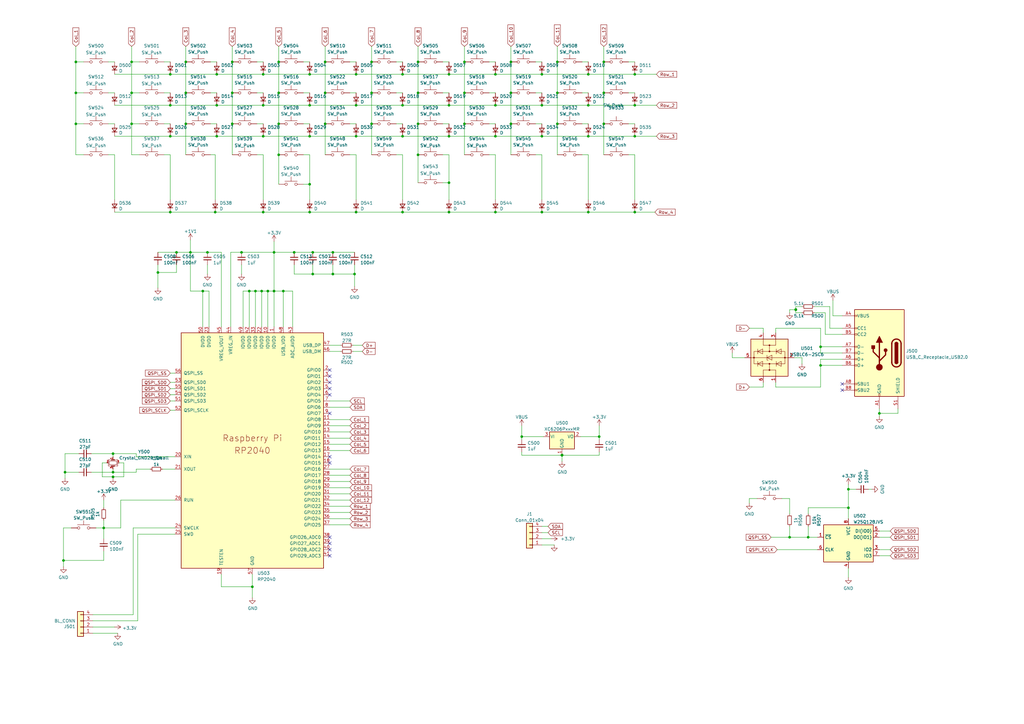
<source format=kicad_sch>
(kicad_sch (version 20230121) (generator eeschema)
  (paper "A3")
  (junction (at 241.3 55.88))
  (junction (at 245.745 179.07))
  (junction (at 247.65 25.4))
  (junction (at 323.85 220.345))
  (junction (at 171.45 25.4))
  (junction (at 127 86.995))
  (junction (at 127 30.48))
  (junction (at 31.115 25.4))
  (junction (at 146.05 30.48))
  (junction (at 76.2 50.8))
  (junction (at 109.855 119.38))
  (junction (at 114.3 50.8))
  (junction (at 88.265 86.995))
  (junction (at 120.65 103.505))
  (junction (at 114.3 63.5))
  (junction (at 260.35 43.18))
  (junction (at 26.035 229.87))
  (junction (at 171.45 63.5))
  (junction (at 152.4 38.1))
  (junction (at 213.995 179.07))
  (junction (at 222.25 55.88))
  (junction (at 203.2 30.48))
  (junction (at 127 43.18))
  (junction (at 69.85 30.48))
  (junction (at 116.205 119.38))
  (junction (at 203.2 86.995))
  (junction (at 146.05 86.995))
  (junction (at 331.47 220.345))
  (junction (at 102.235 119.38))
  (junction (at 165.1 30.48))
  (junction (at 184.15 86.995))
  (junction (at 69.85 86.995))
  (junction (at 165.1 86.995))
  (junction (at 247.65 50.8))
  (junction (at 241.3 43.18))
  (junction (at 230.505 186.69) (diameter 1.016))
  (junction (at 46.355 186.055))
  (junction (at 241.3 86.995))
  (junction (at 133.35 50.8))
  (junction (at 222.25 86.995))
  (junction (at 209.55 50.8))
  (junction (at 72.39 103.505))
  (junction (at 360.68 169.545))
  (junction (at 165.1 43.18))
  (junction (at 114.3 38.1))
  (junction (at 260.35 86.995))
  (junction (at 46.355 195.58))
  (junction (at 88.9 55.88))
  (junction (at 165.1 55.88))
  (junction (at 136.525 103.505))
  (junction (at 133.35 25.4))
  (junction (at 88.9 30.48))
  (junction (at 78.105 103.505))
  (junction (at 76.2 25.4))
  (junction (at 203.2 55.88))
  (junction (at 127 55.88))
  (junction (at 347.98 200.66))
  (junction (at 146.05 43.18))
  (junction (at 76.2 38.1))
  (junction (at 209.55 25.4))
  (junction (at 241.3 30.48))
  (junction (at 107.95 30.48))
  (junction (at 136.525 112.395))
  (junction (at 107.95 43.18))
  (junction (at 184.15 55.88))
  (junction (at 85.09 103.505))
  (junction (at 99.06 103.505))
  (junction (at 326.39 127) (diameter 1.016))
  (junction (at 83.185 119.38))
  (junction (at 228.6 38.1))
  (junction (at 103.505 240.665))
  (junction (at 247.65 38.1))
  (junction (at 127 75.565))
  (junction (at 133.35 38.1))
  (junction (at 69.85 43.18))
  (junction (at 53.975 25.4))
  (junction (at 347.98 208.28))
  (junction (at 190.5 25.4))
  (junction (at 46.355 193.675))
  (junction (at 146.05 55.88))
  (junction (at 228.6 50.8))
  (junction (at 64.77 111.76))
  (junction (at 88.9 43.18))
  (junction (at 107.95 55.88))
  (junction (at 128.27 112.395))
  (junction (at 145.415 112.395))
  (junction (at 336.55 149.86))
  (junction (at 128.27 103.505))
  (junction (at 31.115 38.1))
  (junction (at 203.2 43.18))
  (junction (at 209.55 38.1))
  (junction (at 95.25 38.1))
  (junction (at 114.3 25.4))
  (junction (at 336.55 142.24))
  (junction (at 190.5 38.1))
  (junction (at 260.35 30.48))
  (junction (at 222.25 30.48))
  (junction (at 95.25 50.8))
  (junction (at 190.5 50.8))
  (junction (at 171.45 50.8))
  (junction (at 31.115 50.8))
  (junction (at 184.15 74.93))
  (junction (at 53.975 50.8))
  (junction (at 152.4 25.4))
  (junction (at 107.95 86.995))
  (junction (at 260.35 55.88))
  (junction (at 95.25 25.4))
  (junction (at 42.545 216.535))
  (junction (at 112.395 119.38))
  (junction (at 107.315 119.38))
  (junction (at 184.15 30.48))
  (junction (at 152.4 50.8))
  (junction (at 53.975 38.1))
  (junction (at 26.67 193.675))
  (junction (at 222.25 43.18))
  (junction (at 112.395 103.505))
  (junction (at 69.85 55.88))
  (junction (at 104.775 119.38))
  (junction (at 228.6 25.4))
  (junction (at 171.45 38.1))
  (junction (at 184.15 43.18))
  (no_connect (at 135.255 189.865))
  (no_connect (at 135.255 161.925))
  (no_connect (at 345.44 160.02))
  (no_connect (at 135.255 187.325))
  (no_connect (at 135.255 220.345))
  (no_connect (at 135.255 156.845))
  (no_connect (at 135.255 151.765))
  (no_connect (at 345.44 157.48))
  (no_connect (at 135.255 159.385))
  (no_connect (at 135.255 154.305))
  (no_connect (at 135.255 222.885))
  (no_connect (at 135.255 169.545))
  (no_connect (at 135.255 225.425))
  (no_connect (at 135.255 227.965))
  (wire (pts (xy 46.99 30.48) (xy 69.85 30.48)))
  (wire (pts (xy 307.34 206.375) (xy 307.34 204.47)))
  (wire (pts (xy 238.76 50.8) (xy 241.3 50.8)))
  (wire (pts (xy 55.88 187.325) (xy 71.755 187.325)))
  (wire (pts (xy 326.39 125.73) (xy 326.39 127)))
  (wire (pts (xy 76.2 25.4) (xy 76.2 38.1)))
  (wire (pts (xy 162.56 63.5) (xy 165.1 63.5)))
  (wire (pts (xy 133.35 25.4) (xy 133.35 38.1)))
  (wire (pts (xy 238.76 38.1) (xy 241.3 38.1)))
  (wire (pts (xy 334.01 125.73) (xy 340.36 125.73)))
  (wire (pts (xy 67.31 25.4) (xy 69.85 25.4)))
  (wire (pts (xy 112.395 103.505) (xy 120.65 103.505)))
  (wire (pts (xy 120.65 112.395) (xy 128.27 112.395)))
  (wire (pts (xy 323.85 127) (xy 323.85 128.27)))
  (wire (pts (xy 53.975 25.4) (xy 57.15 25.4)))
  (wire (pts (xy 56.515 219.075) (xy 56.515 254.635)))
  (wire (pts (xy 64.77 111.76) (xy 64.77 118.11)))
  (wire (pts (xy 76.2 50.8) (xy 76.2 63.5)))
  (wire (pts (xy 200.66 50.8) (xy 203.2 50.8)))
  (wire (pts (xy 95.25 25.4) (xy 95.25 38.1)))
  (wire (pts (xy 114.3 38.1) (xy 114.3 50.8)))
  (wire (pts (xy 107.315 119.38) (xy 107.315 133.985)))
  (wire (pts (xy 148.59 144.145) (xy 144.78 144.145)))
  (wire (pts (xy 37.465 193.675) (xy 46.355 193.675)))
  (wire (pts (xy 184.15 63.5) (xy 181.61 63.5)))
  (wire (pts (xy 99.695 119.38) (xy 102.235 119.38)))
  (wire (pts (xy 300.355 146.685) (xy 300.355 144.78)))
  (wire (pts (xy 102.235 119.38) (xy 102.235 133.985)))
  (wire (pts (xy 128.27 103.505) (xy 136.525 103.505)))
  (wire (pts (xy 53.975 19.05) (xy 53.975 25.4)))
  (wire (pts (xy 318.77 225.425) (xy 335.28 225.425)))
  (wire (pts (xy 26.67 186.055) (xy 26.67 193.675)))
  (wire (pts (xy 99.06 103.505) (xy 112.395 103.505)))
  (wire (pts (xy 95.25 50.8) (xy 95.25 63.5)))
  (wire (pts (xy 46.355 193.675) (xy 55.88 193.675)))
  (wire (pts (xy 326.39 128.27) (xy 328.93 128.27)))
  (wire (pts (xy 69.85 86.995) (xy 88.265 86.995)))
  (wire (pts (xy 228.6 25.4) (xy 228.6 38.1)))
  (wire (pts (xy 184.15 86.995) (xy 203.2 86.995)))
  (wire (pts (xy 143.51 184.785) (xy 135.255 184.785)))
  (wire (pts (xy 66.675 192.405) (xy 71.755 192.405)))
  (wire (pts (xy 146.05 30.48) (xy 165.1 30.48)))
  (wire (pts (xy 107.95 30.48) (xy 127 30.48)))
  (wire (pts (xy 54.61 252.095) (xy 54.61 216.535)))
  (wire (pts (xy 357.505 200.66) (xy 356.235 200.66)))
  (wire (pts (xy 146.05 63.5) (xy 146.05 81.915)))
  (wire (pts (xy 171.45 50.8) (xy 171.45 63.5)))
  (wire (pts (xy 26.67 193.675) (xy 26.67 196.215)))
  (wire (pts (xy 112.395 119.38) (xy 116.205 119.38)))
  (wire (pts (xy 41.91 189.865) (xy 41.91 195.58)))
  (wire (pts (xy 67.31 63.5) (xy 69.85 63.5)))
  (wire (pts (xy 368.3 169.545) (xy 360.68 169.545)))
  (wire (pts (xy 165.1 43.18) (xy 184.15 43.18)))
  (wire (pts (xy 76.2 19.05) (xy 76.2 25.4)))
  (wire (pts (xy 190.5 25.4) (xy 190.5 38.1)))
  (wire (pts (xy 69.85 156.845) (xy 71.755 156.845)))
  (wire (pts (xy 181.61 50.8) (xy 184.15 50.8)))
  (wire (pts (xy 347.98 200.66) (xy 347.98 208.28)))
  (wire (pts (xy 86.36 63.5) (xy 88.265 63.5)))
  (wire (pts (xy 143.51 172.085) (xy 135.255 172.085)))
  (wire (pts (xy 38.1 257.175) (xy 46.99 257.175)))
  (wire (pts (xy 148.59 141.605) (xy 144.78 141.605)))
  (wire (pts (xy 88.9 30.48) (xy 107.95 30.48)))
  (wire (pts (xy 133.35 50.8) (xy 133.985 50.8)))
  (wire (pts (xy 219.71 25.4) (xy 222.25 25.4)))
  (wire (pts (xy 247.65 19.05) (xy 247.65 25.4)))
  (wire (pts (xy 323.85 210.82) (xy 323.85 204.47)))
  (wire (pts (xy 320.675 204.47) (xy 323.85 204.47)))
  (wire (pts (xy 336.55 142.24) (xy 336.55 134.62)))
  (wire (pts (xy 331.47 220.345) (xy 335.28 220.345)))
  (wire (pts (xy 124.46 38.1) (xy 127 38.1)))
  (wire (pts (xy 109.855 119.38) (xy 112.395 119.38)))
  (wire (pts (xy 116.205 119.38) (xy 116.205 133.985)))
  (wire (pts (xy 146.05 86.995) (xy 165.1 86.995)))
  (wire (pts (xy 67.31 38.1) (xy 69.85 38.1)))
  (wire (pts (xy 323.85 215.9) (xy 323.85 220.345)))
  (wire (pts (xy 39.37 216.535) (xy 42.545 216.535)))
  (wire (pts (xy 184.15 55.88) (xy 203.2 55.88)))
  (wire (pts (xy 31.115 50.8) (xy 31.115 63.5)))
  (wire (pts (xy 318.135 134.62) (xy 318.135 136.525)))
  (wire (pts (xy 124.46 25.4) (xy 127 25.4)))
  (wire (pts (xy 31.115 38.1) (xy 31.115 50.8)))
  (wire (pts (xy 222.25 63.5) (xy 222.25 81.915)))
  (wire (pts (xy 323.85 220.345) (xy 331.47 220.345)))
  (wire (pts (xy 209.55 50.8) (xy 209.55 63.5)))
  (wire (pts (xy 104.775 119.38) (xy 104.775 133.985)))
  (wire (pts (xy 85.09 103.505) (xy 90.805 103.505)))
  (wire (pts (xy 31.115 25.4) (xy 34.29 25.4)))
  (wire (pts (xy 69.85 63.5) (xy 69.85 81.915)))
  (wire (pts (xy 38.1 252.095) (xy 54.61 252.095)))
  (wire (pts (xy 146.05 55.88) (xy 165.1 55.88)))
  (wire (pts (xy 340.36 125.73) (xy 340.36 134.62)))
  (wire (pts (xy 143.51 200.025) (xy 135.255 200.025)))
  (wire (pts (xy 107.95 55.88) (xy 127 55.88)))
  (wire (pts (xy 107.95 43.18) (xy 127 43.18)))
  (wire (pts (xy 328.93 125.73) (xy 326.39 125.73)))
  (wire (pts (xy 69.85 168.275) (xy 71.755 168.275)))
  (wire (pts (xy 257.81 25.4) (xy 260.35 25.4)))
  (wire (pts (xy 105.41 38.1) (xy 107.95 38.1)))
  (wire (pts (xy 326.39 127) (xy 326.39 128.27)))
  (wire (pts (xy 260.35 43.18) (xy 269.24 43.18)))
  (wire (pts (xy 360.68 169.545) (xy 360.68 167.64)))
  (wire (pts (xy 139.7 144.145) (xy 135.255 144.145)))
  (wire (pts (xy 360.68 170.815) (xy 360.68 169.545)))
  (wire (pts (xy 83.185 119.38) (xy 85.725 119.38)))
  (wire (pts (xy 260.35 55.88) (xy 269.24 55.88)))
  (wire (pts (xy 46.355 195.58) (xy 46.355 196.215)))
  (wire (pts (xy 190.5 38.1) (xy 190.5 50.8)))
  (wire (pts (xy 313.055 156.845) (xy 313.055 158.75)))
  (wire (pts (xy 345.44 142.24) (xy 336.55 142.24)))
  (wire (pts (xy 209.55 19.05) (xy 209.55 25.4)))
  (wire (pts (xy 128.27 112.395) (xy 128.27 108.585)))
  (wire (pts (xy 340.36 134.62) (xy 345.44 134.62)))
  (wire (pts (xy 245.745 185.42) (xy 245.745 186.69)))
  (wire (pts (xy 127 55.88) (xy 146.05 55.88)))
  (wire (pts (xy 203.2 63.5) (xy 203.2 81.915)))
  (wire (pts (xy 190.5 19.05) (xy 190.5 25.4)))
  (wire (pts (xy 116.205 119.38) (xy 120.015 119.38)))
  (wire (pts (xy 31.115 63.5) (xy 34.29 63.5)))
  (wire (pts (xy 90.805 103.505) (xy 90.805 133.985)))
  (wire (pts (xy 360.68 220.345) (xy 365.125 220.345)))
  (wire (pts (xy 247.65 38.1) (xy 247.65 50.8)))
  (wire (pts (xy 143.51 63.5) (xy 146.05 63.5)))
  (wire (pts (xy 345.44 149.86) (xy 336.55 149.86)))
  (wire (pts (xy 95.25 38.1) (xy 95.25 50.8)))
  (wire (pts (xy 136.525 112.395) (xy 145.415 112.395)))
  (wire (pts (xy 120.015 119.38) (xy 120.015 133.985)))
  (wire (pts (xy 241.3 63.5) (xy 241.3 81.915)))
  (wire (pts (xy 31.115 19.05) (xy 31.115 25.4)))
  (wire (pts (xy 360.68 225.425) (xy 365.125 225.425)))
  (wire (pts (xy 143.51 202.565) (xy 135.255 202.565)))
  (wire (pts (xy 184.15 43.18) (xy 203.2 43.18)))
  (wire (pts (xy 44.45 50.8) (xy 46.99 50.8)))
  (wire (pts (xy 345.44 144.78) (xy 336.55 144.78)))
  (wire (pts (xy 38.1 259.715) (xy 48.26 259.715)))
  (wire (pts (xy 336.55 158.75) (xy 318.135 158.75)))
  (wire (pts (xy 107.315 119.38) (xy 109.855 119.38)))
  (wire (pts (xy 184.15 81.915) (xy 184.15 74.93)))
  (wire (pts (xy 143.51 182.245) (xy 135.255 182.245)))
  (wire (pts (xy 200.66 25.4) (xy 203.2 25.4)))
  (wire (pts (xy 209.55 25.4) (xy 209.55 38.1)))
  (wire (pts (xy 46.355 195.58) (xy 50.8 195.58)))
  (wire (pts (xy 162.56 25.4) (xy 165.1 25.4)))
  (wire (pts (xy 102.235 119.38) (xy 104.775 119.38)))
  (wire (pts (xy 78.105 103.505) (xy 85.09 103.505)))
  (wire (pts (xy 181.61 38.1) (xy 184.15 38.1)))
  (wire (pts (xy 50.8 195.58) (xy 50.8 189.865)))
  (wire (pts (xy 103.505 245.11) (xy 103.505 240.665)))
  (wire (pts (xy 241.3 86.995) (xy 260.35 86.995)))
  (wire (pts (xy 328.93 146.685) (xy 328.93 149.225)))
  (wire (pts (xy 44.45 38.1) (xy 46.99 38.1)))
  (wire (pts (xy 69.85 164.465) (xy 71.755 164.465)))
  (wire (pts (xy 76.2 38.1) (xy 76.2 50.8)))
  (wire (pts (xy 53.975 50.8) (xy 53.975 63.5)))
  (wire (pts (xy 345.44 129.54) (xy 341.63 129.54)))
  (wire (pts (xy 127 43.18) (xy 146.05 43.18)))
  (wire (pts (xy 124.46 50.8) (xy 127 50.8)))
  (wire (pts (xy 143.51 174.625) (xy 135.255 174.625)))
  (wire (pts (xy 139.7 141.605) (xy 135.255 141.605)))
  (wire (pts (xy 347.98 236.855) (xy 347.98 233.045)))
  (wire (pts (xy 127 75.565) (xy 127 81.915)))
  (wire (pts (xy 133.35 19.05) (xy 133.35 25.4)))
  (wire (pts (xy 42.545 226.06) (xy 42.545 229.87)))
  (wire (pts (xy 54.61 216.535) (xy 71.755 216.535)))
  (wire (pts (xy 135.255 164.465) (xy 143.51 164.465)))
  (wire (pts (xy 213.995 174.625) (xy 213.995 179.07)))
  (wire (pts (xy 46.355 186.055) (xy 55.88 186.055)))
  (wire (pts (xy 181.61 25.4) (xy 184.15 25.4)))
  (wire (pts (xy 222.25 86.995) (xy 241.3 86.995)))
  (wire (pts (xy 72.39 108.585) (xy 72.39 111.76)))
  (wire (pts (xy 103.505 240.665) (xy 103.505 235.585)))
  (wire (pts (xy 69.85 55.88) (xy 88.9 55.88)))
  (wire (pts (xy 86.36 50.8) (xy 88.9 50.8)))
  (wire (pts (xy 247.65 50.8) (xy 247.65 63.5)))
  (wire (pts (xy 37.465 186.055) (xy 46.355 186.055)))
  (wire (pts (xy 53.975 50.8) (xy 57.15 50.8)))
  (wire (pts (xy 222.25 220.98) (xy 226.06 220.98)))
  (wire (pts (xy 345.44 137.16) (xy 338.455 137.16)))
  (wire (pts (xy 307.34 158.75) (xy 313.055 158.75)))
  (wire (pts (xy 112.395 119.38) (xy 112.395 103.505)))
  (wire (pts (xy 120.65 112.395) (xy 120.65 108.585)))
  (wire (pts (xy 213.995 180.34) (xy 213.995 179.07)))
  (wire (pts (xy 152.4 19.05) (xy 152.4 25.4)))
  (wire (pts (xy 114.3 50.8) (xy 114.3 63.5)))
  (wire (pts (xy 360.68 227.965) (xy 365.125 227.965)))
  (wire (pts (xy 94.615 103.505) (xy 99.06 103.505)))
  (wire (pts (xy 331.47 208.28) (xy 347.98 208.28)))
  (wire (pts (xy 69.85 159.385) (xy 71.755 159.385)))
  (wire (pts (xy 69.85 43.18) (xy 88.9 43.18)))
  (wire (pts (xy 114.3 25.4) (xy 114.3 38.1)))
  (wire (pts (xy 347.98 200.66) (xy 351.155 200.66)))
  (wire (pts (xy 325.755 146.685) (xy 328.93 146.685)))
  (wire (pts (xy 26.67 193.675) (xy 32.385 193.675)))
  (wire (pts (xy 203.2 55.88) (xy 222.25 55.88)))
  (wire (pts (xy 53.975 38.1) (xy 57.15 38.1)))
  (wire (pts (xy 318.135 158.75) (xy 318.135 156.845)))
  (wire (pts (xy 133.35 50.8) (xy 133.35 63.5)))
  (wire (pts (xy 46.355 192.405) (xy 46.355 193.675)))
  (wire (pts (xy 213.995 179.07) (xy 222.885 179.07)))
  (wire (pts (xy 127 63.5) (xy 127 75.565)))
  (wire (pts (xy 171.45 63.5) (xy 171.45 74.93)))
  (wire (pts (xy 203.2 43.18) (xy 222.25 43.18)))
  (wire (pts (xy 53.975 25.4) (xy 53.975 38.1)))
  (wire (pts (xy 43.815 189.865) (xy 41.91 189.865)))
  (wire (pts (xy 241.3 30.48) (xy 260.35 30.48)))
  (wire (pts (xy 143.51 197.485) (xy 135.255 197.485)))
  (wire (pts (xy 200.66 63.5) (xy 203.2 63.5)))
  (wire (pts (xy 222.25 30.48) (xy 241.3 30.48)))
  (wire (pts (xy 78.105 119.38) (xy 83.185 119.38)))
  (wire (pts (xy 213.995 185.42) (xy 213.995 186.69)))
  (wire (pts (xy 50.8 189.865) (xy 48.895 189.865)))
  (wire (pts (xy 165.1 86.995) (xy 184.15 86.995)))
  (wire (pts (xy 219.71 38.1) (xy 222.25 38.1)))
  (wire (pts (xy 120.65 103.505) (xy 128.27 103.505)))
  (wire (pts (xy 90.805 235.585) (xy 90.805 240.665)))
  (wire (pts (xy 143.51 205.105) (xy 135.255 205.105)))
  (wire (pts (xy 209.55 38.1) (xy 209.55 50.8)))
  (wire (pts (xy 238.125 179.07) (xy 245.745 179.07)))
  (wire (pts (xy 171.45 25.4) (xy 171.45 38.1)))
  (wire (pts (xy 165.1 55.88) (xy 184.15 55.88)))
  (wire (pts (xy 238.76 63.5) (xy 241.3 63.5)))
  (wire (pts (xy 360.68 217.805) (xy 365.125 217.805)))
  (wire (pts (xy 213.995 186.69) (xy 230.505 186.69)))
  (wire (pts (xy 133.35 38.1) (xy 133.35 50.8)))
  (wire (pts (xy 55.88 192.405) (xy 55.88 193.675)))
  (wire (pts (xy 88.9 43.18) (xy 107.95 43.18)))
  (wire (pts (xy 260.35 30.48) (xy 269.24 30.48)))
  (wire (pts (xy 336.55 144.78) (xy 336.55 142.24)))
  (wire (pts (xy 67.31 50.8) (xy 69.85 50.8)))
  (wire (pts (xy 257.81 50.8) (xy 260.35 50.8)))
  (wire (pts (xy 307.34 204.47) (xy 310.515 204.47)))
  (wire (pts (xy 190.5 50.8) (xy 190.5 63.5)))
  (wire (pts (xy 368.3 167.64) (xy 368.3 169.545)))
  (wire (pts (xy 136.525 103.505) (xy 145.415 103.505)))
  (wire (pts (xy 44.45 25.4) (xy 46.99 25.4)))
  (wire (pts (xy 99.06 108.585) (xy 99.06 112.395)))
  (wire (pts (xy 83.185 133.985) (xy 83.185 119.38)))
  (wire (pts (xy 146.05 43.18) (xy 165.1 43.18)))
  (wire (pts (xy 336.55 147.32) (xy 345.44 147.32)))
  (wire (pts (xy 165.1 63.5) (xy 165.1 81.915)))
  (wire (pts (xy 26.035 232.41) (xy 26.035 229.87)))
  (wire (pts (xy 338.455 128.27) (xy 334.01 128.27)))
  (wire (pts (xy 228.6 50.8) (xy 228.6 63.5)))
  (wire (pts (xy 245.745 180.34) (xy 245.745 179.07)))
  (wire (pts (xy 143.51 177.165) (xy 135.255 177.165)))
  (wire (pts (xy 127 86.995) (xy 146.05 86.995)))
  (wire (pts (xy 105.41 50.8) (xy 107.95 50.8)))
  (wire (pts (xy 336.55 134.62) (xy 318.135 134.62)))
  (wire (pts (xy 26.035 229.87) (xy 42.545 229.87)))
  (wire (pts (xy 86.36 25.4) (xy 88.9 25.4)))
  (wire (pts (xy 69.85 153.035) (xy 71.755 153.035)))
  (wire (pts (xy 105.41 63.5) (xy 107.95 63.5)))
  (wire (pts (xy 72.39 111.76) (xy 64.77 111.76)))
  (wire (pts (xy 347.98 198.755) (xy 347.98 200.66)))
  (wire (pts (xy 143.51 194.945) (xy 135.255 194.945)))
  (wire (pts (xy 112.395 103.505) (xy 112.395 99.06)))
  (wire (pts (xy 69.85 30.48) (xy 88.9 30.48)))
  (wire (pts (xy 305.435 146.685) (xy 300.355 146.685)))
  (wire (pts (xy 222.25 43.18) (xy 241.3 43.18)))
  (wire (pts (xy 331.47 210.82) (xy 331.47 208.28)))
  (wire (pts (xy 124.46 75.565) (xy 127 75.565)))
  (wire (pts (xy 88.9 55.88) (xy 107.95 55.88)))
  (wire (pts (xy 336.55 149.86) (xy 336.55 147.32)))
  (wire (pts (xy 257.81 63.5) (xy 260.35 63.5)))
  (wire (pts (xy 114.3 63.5) (xy 114.3 75.565)))
  (wire (pts (xy 313.055 136.525) (xy 313.055 134.62)))
  (wire (pts (xy 127 30.48) (xy 146.05 30.48)))
  (wire (pts (xy 222.25 223.52) (xy 227.33 223.52)))
  (wire (pts (xy 46.99 55.88) (xy 69.85 55.88)))
  (wire (pts (xy 85.09 108.585) (xy 85.09 112.395)))
  (wire (pts (xy 143.51 210.185) (xy 135.255 210.185)))
  (wire (pts (xy 112.395 119.38) (xy 112.395 133.985)))
  (wire (pts (xy 42.545 213.36) (xy 42.545 216.535)))
  (wire (pts (xy 107.95 63.5) (xy 107.95 81.915)))
  (wire (pts (xy 32.385 186.055) (xy 26.67 186.055)))
  (wire (pts (xy 46.99 43.18) (xy 69.85 43.18)))
  (wire (pts (xy 49.53 216.535) (xy 42.545 216.535)))
  (wire (pts (xy 85.725 133.985) (xy 85.725 119.38)))
  (wire (pts (xy 260.35 86.995) (xy 268.605 86.995)))
  (wire (pts (xy 46.99 63.5) (xy 46.99 81.915)))
  (wire (pts (xy 341.63 123.19) (xy 341.63 129.54)))
  (wire (pts (xy 31.115 25.4) (xy 31.115 38.1)))
  (wire (pts (xy 78.105 98.425) (xy 78.105 103.505)))
  (wire (pts (xy 152.4 25.4) (xy 152.4 38.1)))
  (wire (pts (xy 88.265 63.5) (xy 88.265 81.915)))
  (wire (pts (xy 55.88 192.405) (xy 61.595 192.405)))
  (wire (pts (xy 162.56 50.8) (xy 165.1 50.8)))
  (wire (pts (xy 136.525 112.395) (xy 136.525 108.585)))
  (wire (pts (xy 86.36 38.1) (xy 88.9 38.1)))
  (wire (pts (xy 336.55 149.86) (xy 336.55 158.75)))
  (wire (pts (xy 219.71 50.8) (xy 222.25 50.8)))
  (wire (pts (xy 241.3 55.88) (xy 260.35 55.88)))
  (wire (pts (xy 88.265 86.995) (xy 107.95 86.995)))
  (wire (pts (xy 71.755 205.105) (xy 49.53 205.105)))
  (wire (pts (xy 228.6 38.1) (xy 228.6 50.8)))
  (wire (pts (xy 41.91 195.58) (xy 46.355 195.58)))
  (wire (pts (xy 245.745 186.69) (xy 230.505 186.69)))
  (wire (pts (xy 222.25 63.5) (xy 219.71 63.5)))
  (wire (pts (xy 46.99 86.995) (xy 69.85 86.995)))
  (wire (pts (xy 145.415 112.395) (xy 145.415 117.475)))
  (wire (pts (xy 109.855 119.38) (xy 109.855 133.985)))
  (wire (pts (xy 316.23 220.345) (xy 323.85 220.345)))
  (wire (pts (xy 26.035 216.535) (xy 29.21 216.535)))
  (wire (pts (xy 203.2 30.48) (xy 222.25 30.48)))
  (wire (pts (xy 49.53 205.105) (xy 49.53 216.535)))
  (wire (pts (xy 241.3 43.18) (xy 260.35 43.18)))
  (wire (pts (xy 55.88 186.055) (xy 55.88 187.325)))
  (wire (pts (xy 152.4 50.8) (xy 152.4 63.5)))
  (wire (pts (xy 124.46 63.5) (xy 127 63.5)))
  (wire (pts (xy 42.545 205.105) (xy 42.545 208.28)))
  (wire (pts (xy 42.545 216.535) (xy 42.545 220.98)))
  (wire (pts (xy 64.77 108.585) (xy 64.77 111.76)))
  (wire (pts (xy 347.98 208.28) (xy 347.98 212.725)))
  (wire (pts (xy 104.775 119.38) (xy 107.315 119.38)))
  (wire (pts (xy 143.51 215.265) (xy 135.255 215.265)))
  (wire (pts (xy 230.505 189.23) (xy 230.505 186.69)))
  (wire (pts (xy 203.2 86.995) (xy 222.25 86.995)))
  (wire (pts (xy 222.25 215.9) (xy 224.79 215.9)))
  (wire (pts (xy 95.25 19.05) (xy 95.25 25.4)))
  (wire (pts (xy 44.45 63.5) (xy 46.99 63.5)))
  (wire (pts (xy 184.15 30.48) (xy 203.2 30.48)))
  (wire (pts (xy 31.115 50.8) (xy 34.29 50.8)))
  (wire (pts (xy 143.51 207.645) (xy 135.255 207.645)))
  (wire (pts (xy 31.115 38.1) (xy 34.29 38.1)))
  (wire (pts (xy 69.85 161.925) (xy 71.755 161.925)))
  (wire (pts (xy 107.95 86.995) (xy 127 86.995)))
  (wire (pts (xy 135.255 167.005) (xy 143.51 167.005)))
  (wire (pts (xy 165.1 30.48) (xy 184.15 30.48)))
  (wire (pts (xy 145.415 112.395) (xy 145.415 108.585)))
  (wire (pts (xy 307.34 134.62) (xy 313.055 134.62)))
  (wire (pts (xy 331.47 215.9) (xy 331.47 220.345)))
  (wire (pts (xy 257.81 38.1) (xy 260.35 38.1)))
  (wire (pts (xy 238.76 25.4) (xy 241.3 25.4)))
  (wire (pts (xy 46.355 186.055) (xy 46.355 187.325)))
  (wire (pts (xy 162.56 38.1) (xy 165.1 38.1)))
  (wire (pts (xy 260.35 63.5) (xy 260.35 81.915)))
  (wire (pts (xy 222.25 218.44) (xy 224.79 218.44)))
  (wire (pts (xy 143.51 38.1) (xy 146.05 38.1)))
  (wire (pts (xy 71.755 219.075) (xy 56.515 219.075)))
  (wire (pts (xy 171.45 19.05) (xy 171.45 25.4)))
  (wire (pts (xy 338.455 137.16) (xy 338.455 128.27)))
  (wire (pts (xy 114.3 19.05) (xy 114.3 25.4)))
  (wire (pts (xy 247.65 25.4) (xy 247.65 38.1)))
  (wire (pts (xy 90.805 240.665) (xy 103.505 240.665)))
  (wire (pts (xy 171.45 38.1) (xy 171.45 50.8)))
  (wire (pts (xy 184.15 74.93) (xy 184.15 63.5)))
  (wire (pts (xy 128.27 112.395) (xy 136.525 112.395)))
  (wire (pts (xy 228.6 19.05) (xy 228.6 25.4)))
  (wire (pts (xy 143.51 179.705) (xy 135.255 179.705)))
  (wire (pts (xy 152.4 38.1) (xy 152.4 50.8)))
  (wire (pts (xy 245.745 174.625) (xy 245.745 179.07)))
  (wire (pts (xy 78.105 103.505) (xy 78.105 119.38)))
  (wire (pts (xy 143.51 212.725) (xy 135.255 212.725)))
  (wire (pts (xy 64.77 103.505) (xy 72.39 103.505)))
  (wire (pts (xy 200.66 38.1) (xy 203.2 38.1)))
  (wire (pts (xy 222.25 55.88) (xy 241.3 55.88)))
  (wire (pts (xy 143.51 50.8) (xy 146.05 50.8)))
  (wire (pts (xy 38.1 254.635) (xy 56.515 254.635)))
  (wire (pts (xy 181.61 74.93) (xy 184.15 74.93)))
  (wire (pts (xy 72.39 103.505) (xy 78.105 103.505)))
  (wire (pts (xy 94.615 103.505) (xy 94.615 133.985)))
  (wire (pts (xy 53.975 63.5) (xy 57.15 63.5)))
  (wire (pts (xy 99.695 133.985) (xy 99.695 119.38)))
  (wire (pts (xy 143.51 192.405) (xy 135.255 192.405)))
  (wire (pts (xy 143.51 25.4) (xy 146.05 25.4)))
  (wire (pts (xy 326.39 127) (xy 323.85 127)))
  (wire (pts (xy 105.41 25.4) (xy 107.95 25.4)))
  (wire (pts (xy 26.035 229.87) (xy 26.035 216.535)))
  (wire (pts (xy 53.975 38.1) (xy 53.975 50.8)))
  (global_label "QSPI_SCLK" (shape input) (at 69.85 168.275 180) (property "Intersheetrefs" "${INTERSHEET_REFS}" (effects hide)))
  (global_label "QSPI_SD0" (shape input) (at 365.125 217.805 0) (property "Intersheetrefs" "${INTERSHEET_REFS}" (effects hide)))
  (global_label "QSPI_SD1" (shape input) (at 365.125 220.345 0) (property "Intersheetrefs" "${INTERSHEET_REFS}" (effects hide)))
  (global_label "Col_6" (shape input) (at 143.51 184.785 0) (property "Intersheetrefs" "${INTERSHEET_REFS}" (effects hide)))
  (global_label "Row_1" (shape input) (at 269.24 30.48 0) (property "Intersheetrefs" "${INTERSHEET_REFS}" (effects hide)))
  (global_label "Row_4" (shape input) (at 143.51 215.265 0) (property "Intersheetrefs" "${INTERSHEET_REFS}" (effects hide)))
  (global_label "QSPI_SS" (shape input) (at 316.23 220.345 180) (property "Intersheetrefs" "${INTERSHEET_REFS}" (effects hide)))
  (global_label "QSPI_SD2" (shape input) (at 69.85 161.925 180) (property "Intersheetrefs" "${INTERSHEET_REFS}" (effects hide)))
  (global_label "SDA" (shape input) (at 224.79 215.9 0) (property "Intersheetrefs" "${INTERSHEET_REFS}" (effects hide)))
  (global_label "QSPI_SD1" (shape input) (at 69.85 159.385 180) (property "Intersheetrefs" "${INTERSHEET_REFS}" (effects hide)))
  (global_label "Row_2" (shape input) (at 143.51 210.185 0) (property "Intersheetrefs" "${INTERSHEET_REFS}" (effects hide)))
  (global_label "Col_12" (shape input) (at 247.65 19.05 90) (property "Intersheetrefs" "${INTERSHEET_REFS}" (effects hide)))
  (global_label "QSPI_SD3" (shape input) (at 69.85 164.465 180) (property "Intersheetrefs" "${INTERSHEET_REFS}" (effects hide)))
  (global_label "Row_2" (shape input) (at 269.24 43.18 0) (property "Intersheetrefs" "${INTERSHEET_REFS}" (effects hide)))
  (global_label "SDA" (shape input) (at 143.51 167.005 0) (property "Intersheetrefs" "${INTERSHEET_REFS}" (effects hide)))
  (global_label "Col_8" (shape input) (at 143.51 194.945 0) (property "Intersheetrefs" "${INTERSHEET_REFS}" (effects hide)))
  (global_label "Col_9" (shape input) (at 143.51 197.485 0) (property "Intersheetrefs" "${INTERSHEET_REFS}" (effects hide)))
  (global_label "D+" (shape input) (at 148.59 141.605 0) (property "Intersheetrefs" "${INTERSHEET_REFS}" (effects hide)))
  (global_label "Col_3" (shape input) (at 76.2 19.05 90) (property "Intersheetrefs" "${INTERSHEET_REFS}" (effects hide)))
  (global_label "Col_4" (shape input) (at 95.25 19.05 90) (property "Intersheetrefs" "${INTERSHEET_REFS}" (effects hide)))
  (global_label "Row_4" (shape input) (at 268.605 86.995 0) (property "Intersheetrefs" "${INTERSHEET_REFS}" (effects hide)))
  (global_label "Col_8" (shape input) (at 171.45 19.05 90) (property "Intersheetrefs" "${INTERSHEET_REFS}" (effects hide)))
  (global_label "D+" (shape input) (at 307.34 158.75 180) (property "Intersheetrefs" "${INTERSHEET_REFS}" (effects hide)))
  (global_label "Col_2" (shape input) (at 143.51 174.625 0) (property "Intersheetrefs" "${INTERSHEET_REFS}" (effects hide)))
  (global_label "SCL" (shape input) (at 224.79 218.44 0) (property "Intersheetrefs" "${INTERSHEET_REFS}" (effects hide)))
  (global_label "Col_5" (shape input) (at 143.51 182.245 0) (property "Intersheetrefs" "${INTERSHEET_REFS}" (effects hide)))
  (global_label "Col_1" (shape input) (at 31.115 19.05 90) (property "Intersheetrefs" "${INTERSHEET_REFS}" (effects hide)))
  (global_label "QSPI_SD0" (shape input) (at 69.85 156.845 180) (property "Intersheetrefs" "${INTERSHEET_REFS}" (effects hide)))
  (global_label "Col_7" (shape input) (at 152.4 19.05 90) (property "Intersheetrefs" "${INTERSHEET_REFS}" (effects hide)))
  (global_label "Row_3" (shape input) (at 269.24 55.88 0) (property "Intersheetrefs" "${INTERSHEET_REFS}" (effects hide)))
  (global_label "Row_1" (shape input) (at 143.51 207.645 0) (property "Intersheetrefs" "${INTERSHEET_REFS}" (effects hide)))
  (global_label "D-" (shape input) (at 148.59 144.145 0) (property "Intersheetrefs" "${INTERSHEET_REFS}" (effects hide)))
  (global_label "Col_11" (shape input) (at 143.51 202.565 0) (property "Intersheetrefs" "${INTERSHEET_REFS}" (effects hide)))
  (global_label "Col_2" (shape input) (at 53.975 19.05 90) (property "Intersheetrefs" "${INTERSHEET_REFS}" (effects hide)))
  (global_label "QSPI_SD2" (shape input) (at 365.125 225.425 0) (property "Intersheetrefs" "${INTERSHEET_REFS}" (effects hide)))
  (global_label "Col_10" (shape input) (at 209.55 19.05 90) (property "Intersheetrefs" "${INTERSHEET_REFS}" (effects hide)))
  (global_label "QSPI_SS" (shape input) (at 69.85 153.035 180) (property "Intersheetrefs" "${INTERSHEET_REFS}" (effects hide)))
  (global_label "Col_10" (shape input) (at 143.51 200.025 0) (property "Intersheetrefs" "${INTERSHEET_REFS}" (effects hide)))
  (global_label "SCL" (shape input) (at 143.51 164.465 0) (property "Intersheetrefs" "${INTERSHEET_REFS}" (effects hide)))
  (global_label "QSPI_SD3" (shape input) (at 365.125 227.965 0) (property "Intersheetrefs" "${INTERSHEET_REFS}" (effects hide)))
  (global_label "D-" (shape input) (at 307.34 134.62 180) (property "Intersheetrefs" "${INTERSHEET_REFS}" (effects hide)))
  (global_label "Col_12" (shape input) (at 143.51 205.105 0) (property "Intersheetrefs" "${INTERSHEET_REFS}" (effects hide)))
  (global_label "Col_5" (shape input) (at 114.3 19.05 90) (property "Intersheetrefs" "${INTERSHEET_REFS}" (effects hide)))
  (global_label "Col_3" (shape input) (at 143.51 177.165 0) (property "Intersheetrefs" "${INTERSHEET_REFS}" (effects hide)))
  (global_label "Col_11" (shape input) (at 228.6 19.05 90) (property "Intersheetrefs" "${INTERSHEET_REFS}" (effects hide)))
  (global_label "Col_9" (shape input) (at 190.5 19.05 90) (property "Intersheetrefs" "${INTERSHEET_REFS}" (effects hide)))
  (global_label "QSPI_SCLK" (shape input) (at 318.77 225.425 180) (property "Intersheetrefs" "${INTERSHEET_REFS}" (effects hide)))
  (global_label "Col_6" (shape input) (at 133.35 19.05 90) (property "Intersheetrefs" "${INTERSHEET_REFS}" (effects hide)))
  (global_label "Col_1" (shape input) (at 143.51 172.085 0) (property "Intersheetrefs" "${INTERSHEET_REFS}" (effects hide)))
  (global_label "Col_4" (shape input) (at 143.51 179.705 0) (property "Intersheetrefs" "${INTERSHEET_REFS}" (effects hide)))
  (global_label "Row_3" (shape input) (at 143.51 212.725 0) (property "Intersheetrefs" "${INTERSHEET_REFS}" (effects hide)))
  (global_label "Col_7" (shape input) (at 143.51 192.405 0) (property "Intersheetrefs" "${INTERSHEET_REFS}" (effects hide)))
  (symbol (lib_id "Device:R_Small") (at 142.24 144.145 90) (unit 1)
    (property "Reference" "R502" (at 142.24 148.59 90))
    (property "Value" "27R" (at 142.24 146.685 90))
    (property "Footprint" "Resistor_SMD:R_0402_1005Metric" (effects hide))
  )
  (symbol (lib_id "Device:C_Small") (at 136.525 106.045 0) (unit 1)
    (property "Reference" "C502" (at 138.8491 105.2166 0) (effects (justify left)))
    (property "Value" "100nF" (at 138.8491 107.7535 0) (effects (justify left)))
    (property "Footprint" "Capacitor_SMD:C_0402_1005Metric" (effects hide))
  )
  (symbol (lib_id "power:VBUS") (at 300.355 144.78 0) (unit 1)
    (property "Reference" "#PWR018" (effects hide))
    (property "Value" "VBUS" (at 300.355 141.2042 0))
  )
  (symbol (lib_id "Device:D_Small") (at 107.95 40.64 90) (unit 1)
    (property "Reference" "D515" (at 109.728 39.4716 90) (effects (justify right)))
    (property "Value" "D" (at 109.728 41.783 90) (effects (justify right)))
    (property "Footprint" "weteor:D_SOD-123" (effects hide))
  )
  (symbol (lib_id "Switch:SW_Push") (at 81.28 25.4 0) (unit 1)
    (property "Reference" "SW502" (at 81.28 18.7792 0))
    (property "Value" "SW_Push" (at 81.28 21.3161 0))
    (property "Footprint" "weteor:CherryMX_Hotswap" (effects hide))
  )
  (symbol (lib_id "Device:D_Small") (at 241.3 84.455 90) (unit 1)
    (property "Reference" "D546" (at 243.078 83.2866 90) (effects (justify right)))
    (property "Value" "D" (at 243.078 85.598 90) (effects (justify right)))
    (property "Footprint" "weteor:D_SOD-123" (effects hide))
  )
  (symbol (lib_id "Switch:SW_Push") (at 119.38 50.8 0) (unit 1)
    (property "Reference" "SW528" (at 119.38 44.1792 0))
    (property "Value" "SW_Push" (at 119.38 46.7161 0))
    (property "Footprint" "weteor:CherryMX_Hotswap" (effects hide))
  )
  (symbol (lib_id "Switch:SW_Push") (at 100.33 50.8 0) (unit 1)
    (property "Reference" "SW527" (at 100.33 44.1792 0))
    (property "Value" "SW_Push" (at 100.33 46.7161 0))
    (property "Footprint" "weteor:CherryMX_Hotswap" (effects hide))
  )
  (symbol (lib_id "Switch:SW_Push") (at 62.23 63.5 0) (unit 1)
    (property "Reference" "SW537" (at 62.23 56.8792 0))
    (property "Value" "SW_Push" (at 62.23 59.69 0))
    (property "Footprint" "weteor:CherryMX_Hotswap" (effects hide))
  )
  (symbol (lib_id "Device:D_Small") (at 165.1 27.94 90) (unit 1)
    (property "Reference" "D506" (at 166.878 26.7716 90) (effects (justify right)))
    (property "Value" "D" (at 166.878 29.083 90) (effects (justify right)))
    (property "Footprint" "weteor:D_SOD-123" (effects hide))
  )
  (symbol (lib_id "Device:D_Small") (at 146.05 84.455 90) (unit 1)
    (property "Reference" "D541" (at 147.828 83.2866 90) (effects (justify right)))
    (property "Value" "D" (at 147.828 85.598 90) (effects (justify right)))
    (property "Footprint" "weteor:D_SOD-123" (effects hide))
  )
  (symbol (lib_id "Device:D_Small") (at 222.25 40.64 90) (unit 1)
    (property "Reference" "D521" (at 224.028 39.4716 90) (effects (justify right)))
    (property "Value" "D" (at 224.028 41.783 90) (effects (justify right)))
    (property "Footprint" "weteor:D_SOD-123" (effects hide))
  )
  (symbol (lib_id "Device:D_Small") (at 203.2 40.64 90) (unit 1)
    (property "Reference" "D520" (at 204.978 39.4716 90) (effects (justify right)))
    (property "Value" "D" (at 204.978 41.783 90) (effects (justify right)))
    (property "Footprint" "weteor:D_SOD-123" (effects hide))
  )
  (symbol (lib_id "Switch:SW_Push") (at 81.28 50.8 0) (unit 1)
    (property "Reference" "SW526" (at 81.28 44.1792 0))
    (property "Value" "SW_Push" (at 81.28 46.7161 0))
    (property "Footprint" "weteor:CherryMX_Hotswap" (effects hide))
  )
  (symbol (lib_id "Device:C_Small") (at 353.695 200.66 90) (unit 1)
    (property "Reference" "C504" (at 352.8666 198.3359 0) (effects (justify left)))
    (property "Value" "100nF" (at 355.4035 198.3359 0) (effects (justify left)))
    (property "Footprint" "Capacitor_SMD:C_0402_1005Metric" (effects hide))
  )
  (symbol (lib_id "Switch:SW_Push") (at 119.38 75.565 0) (unit 1)
    (property "Reference" "SW540" (at 119.38 68.9442 0))
    (property "Value" "SW_Push" (at 119.38 71.4811 0))
    (property "Footprint" "weteor:CherryMX_Hotswap_2u_stabs" (effects hide))
  )
  (symbol (lib_id "Switch:SW_Push") (at 62.23 50.8 0) (unit 1)
    (property "Reference" "SW525" (at 62.23 44.1792 0))
    (property "Value" "SW_Push" (at 62.23 46.99 0))
    (property "Footprint" "weteor:CherryMX_Hotswap" (effects hide))
  )
  (symbol (lib_id "Switch:SW_Push") (at 157.48 50.8 0) (unit 1)
    (property "Reference" "SW535" (at 157.48 44.1792 0))
    (property "Value" "SW_Push" (at 157.48 46.7161 0))
    (property "Footprint" "weteor:CherryMX_Hotswap" (effects hide))
  )
  (symbol (lib_id "Device:R_Small") (at 64.135 192.405 90) (unit 1)
    (property "Reference" "R504" (at 64.135 187.9686 90))
    (property "Value" "1k" (at 64.135 190.5055 90))
    (property "Footprint" "Resistor_SMD:R_0402_1005Metric" (effects hide))
  )
  (symbol (lib_id "Device:C_Small") (at 120.65 106.045 0) (unit 1)
    (property "Reference" "C513" (at 122.9741 105.2166 0) (effects (justify left)))
    (property "Value" "100nF" (at 122.9741 107.7535 0) (effects (justify left)))
    (property "Footprint" "Capacitor_SMD:C_0402_1005Metric" (effects hide))
  )
  (symbol (lib_id "Device:D_Small") (at 184.15 53.34 90) (unit 1)
    (property "Reference" "D532" (at 185.928 52.1716 90) (effects (justify right)))
    (property "Value" "D" (at 185.928 54.483 90) (effects (justify right)))
    (property "Footprint" "weteor:D_SOD-123" (effects hide))
  )
  (symbol (lib_id "Switch:SW_Push") (at 119.38 38.1 0) (unit 1)
    (property "Reference" "SW516" (at 119.38 31.4792 0))
    (property "Value" "SW_Push" (at 119.38 34.0161 0))
    (property "Footprint" "weteor:CherryMX_Hotswap" (effects hide))
  )
  (symbol (lib_id "Switch:SW_Push") (at 138.43 25.4 0) (unit 1)
    (property "Reference" "SW510" (at 138.43 18.7792 0))
    (property "Value" "SW_Push" (at 138.43 21.3161 0))
    (property "Footprint" "weteor:CherryMX_Hotswap" (effects hide))
  )
  (symbol (lib_id "Device:D_Small") (at 241.3 40.64 90) (unit 1)
    (property "Reference" "D522" (at 243.078 39.4716 90) (effects (justify right)))
    (property "Value" "D" (at 243.078 41.783 90) (effects (justify right)))
    (property "Footprint" "weteor:D_SOD-123" (effects hide))
  )
  (symbol (lib_id "Connector_Generic:Conn_01x04") (at 33.02 257.175 180) (unit 1)
    (property "Reference" "J501" (at 30.988 256.9718 0) (effects (justify left)))
    (property "Value" "BL_CONN" (at 30.988 254.6604 0) (effects (justify left)))
    (property "Footprint" "Connector_PinHeader_2.54mm:PinHeader_1x04_P2.54mm_Vertical" (effects hide))
  )
  (symbol (lib_id "Switch:SW_Push") (at 176.53 63.5 0) (unit 1)
    (property "Reference" "SW542" (at 176.53 56.8792 0))
    (property "Value" "SW_Push" (at 176.53 59.69 0))
    (property "Footprint" "weteor:CherryMX_Hotswap_3u_stabs" (effects hide))
  )
  (symbol (lib_id "power:GND") (at 46.355 196.215 0) (unit 1)
    (property "Reference" "#PWR027" (effects hide))
    (property "Value" "GND" (at 46.355 200.6584 0))
  )
  (symbol (lib_id "Device:C_Small") (at 99.06 106.045 0) (unit 1)
    (property "Reference" "C503" (at 101.3841 105.2166 0) (effects (justify left)))
    (property "Value" "1uF" (at 101.3841 107.7535 0) (effects (justify left)))
    (property "Footprint" "Capacitor_SMD:C_0402_1005Metric" (effects hide))
  )
  (symbol (lib_id "Switch:SW_Push") (at 62.23 25.4 0) (unit 1)
    (property "Reference" "SW501" (at 62.23 18.7792 0))
    (property "Value" "SW_Push" (at 62.23 21.59 0))
    (property "Footprint" "weteor:CherryMX_Hotswap" (effects hide))
  )
  (symbol (lib_id "power:+3.3V") (at 42.545 205.105 0) (unit 1)
    (property "Reference" "#PWR03" (effects hide))
    (property "Value" "+3.3V" (at 42.545 201.5292 0))
  )
  (symbol (lib_id "power:GND") (at 103.505 245.11 0) (unit 1)
    (property "Reference" "#PWR010" (effects hide))
    (property "Value" "GND" (at 103.632 249.5042 0))
  )
  (symbol (lib_id "Device:D_Small") (at 260.35 84.455 90) (unit 1)
    (property "Reference" "D547" (at 262.128 83.2866 90) (effects (justify right)))
    (property "Value" "D" (at 262.128 85.598 90) (effects (justify right)))
    (property "Footprint" "weteor:D_SOD-123" (effects hide))
  )
  (symbol (lib_id "Switch:SW_Push") (at 34.29 216.535 0) (unit 1)
    (property "Reference" "SW551" (at 34.29 209.9142 0))
    (property "Value" "SW_Push" (at 34.29 212.4511 0))
    (property "Footprint" "weteor:Micro_Push_Button_3x6x2.5mm" (effects hide))
  )
  (symbol (lib_id "Switch:SW_Push") (at 119.38 63.5 0) (unit 1)
    (property "Reference" "SW541" (at 119.38 56.8792 0))
    (property "Value" "SW_Push" (at 119.38 59.4161 0))
    (property "Footprint" "weteor:CherryMX_Hotswap_3u_stabs" (effects hide))
  )
  (symbol (lib_id "Device:D_Small") (at 88.9 40.64 90) (unit 1)
    (property "Reference" "D514" (at 90.678 39.4716 90) (effects (justify right)))
    (property "Value" "D" (at 90.678 41.783 90) (effects (justify right)))
    (property "Footprint" "weteor:D_SOD-123" (effects hide))
  )
  (symbol (lib_id "Switch:SW_Push") (at 100.33 25.4 0) (unit 1)
    (property "Reference" "SW503" (at 100.33 18.7792 0))
    (property "Value" "SW_Push" (at 100.33 21.3161 0))
    (property "Footprint" "weteor:CherryMX_Hotswap" (effects hide))
  )
  (symbol (lib_id "Switch:SW_Push") (at 138.43 50.8 0) (unit 1)
    (property "Reference" "SW534" (at 138.43 44.1792 0))
    (property "Value" "SW_Push" (at 138.43 46.7161 0))
    (property "Footprint" "weteor:CherryMX_Hotswap" (effects hide))
  )
  (symbol (lib_id "Device:D_Small") (at 88.9 27.94 90) (unit 1)
    (property "Reference" "D502" (at 90.678 26.7716 90) (effects (justify right)))
    (property "Value" "D" (at 90.678 29.083 90) (effects (justify right)))
    (property "Footprint" "weteor:D_SOD-123" (effects hide))
  )
  (symbol (lib_id "Switch:SW_Push") (at 214.63 50.8 0) (unit 1)
    (property "Reference" "SW531" (at 214.63 44.1792 0))
    (property "Value" "SW_Push" (at 214.63 46.7161 0))
    (property "Footprint" "weteor:CherryMX_Hotswap" (effects hide))
  )
  (symbol (lib_id "Power_Protection:USBLC6-2SC6") (at 315.595 146.685 90) (unit 1)
    (property "Reference" "U501" (at 330.9507 142.8583 90))
    (property "Value" "USBLC6-2SC6" (at 330.9507 145.3952 90))
    (property "Footprint" "Package_TO_SOT_SMD:SOT-23-6" (effects hide))
    (property "Datasheet" "https://www.st.com/resource/en/datasheet/usblc6-2.pdf" (effects hide))
  )
  (symbol (lib_id "Device:D_Small") (at 69.85 84.455 90) (unit 1)
    (property "Reference" "D537" (at 71.628 83.2866 90) (effects (justify right)))
    (property "Value" "D" (at 71.628 85.598 90) (effects (justify right)))
    (property "Footprint" "weteor:D_SOD-123" (effects hide))
  )
  (symbol (lib_id "Switch:SW_Push") (at 195.58 38.1 0) (unit 1)
    (property "Reference" "SW518" (at 195.58 31.4792 0))
    (property "Value" "SW_Push" (at 195.58 34.0161 0))
    (property "Footprint" "weteor:CherryMX_Hotswap" (effects hide))
  )
  (symbol (lib_id "Device:R_Small") (at 331.47 213.36 180) (unit 1)
    (property "Reference" "R507" (at 335.915 213.36 90))
    (property "Value" "10k" (at 334.01 213.36 90))
    (property "Footprint" "Resistor_SMD:R_0402_1005Metric" (effects hide))
  )
  (symbol (lib_id "Device:D_Small") (at 203.2 84.455 90) (unit 1)
    (property "Reference" "D544" (at 204.978 83.2866 90) (effects (justify right)))
    (property "Value" "D" (at 204.978 85.598 90) (effects (justify right)))
    (property "Footprint" "weteor:D_SOD-123" (effects hide))
  )
  (symbol (lib_id "Switch:SW_Push") (at 157.48 63.5 0) (unit 1)
    (property "Reference" "SW549" (at 157.48 56.8792 0))
    (property "Value" "SW_Push" (at 157.48 59.4161 0))
    (property "Footprint" "weteor:CherryMX_Hotswap" (effects hide))
  )
  (symbol (lib_id "power:+3.3V") (at 112.395 99.06 0) (unit 1)
    (property "Reference" "#PWR011" (effects hide))
    (property "Value" "+3.3V" (at 112.395 95.4842 0))
  )
  (symbol (lib_id "Switch:SW_Push") (at 100.33 63.5 0) (unit 1)
    (property "Reference" "SW539" (at 100.33 56.8792 0))
    (property "Value" "SW_Push" (at 100.33 59.69 0))
    (property "Footprint" "weteor:CherryMX_Hotswap_3u_stabs" (effects hide))
  )
  (symbol (lib_id "power:VBUS") (at 341.63 123.19 0) (unit 1)
    (property "Reference" "#PWR022" (effects hide))
    (property "Value" "VBUS" (at 341.63 119.6142 0))
  )
  (symbol (lib_id "Device:R_Small") (at 142.24 141.605 90) (unit 1)
    (property "Reference" "R503" (at 142.24 137.1686 90))
    (property "Value" "27R" (at 142.24 139.7055 90))
    (property "Footprint" "Resistor_SMD:R_0402_1005Metric" (effects hide))
  )
  (symbol (lib_id "power:+1V1") (at 78.105 98.425 0) (unit 1)
    (property "Reference" "#PWR07" (effects hide))
    (property "Value" "+1V1" (at 78.105 94.8492 0))
  )
  (symbol (lib_id "Device:D_Small") (at 69.85 53.34 90) (unit 1)
    (property "Reference" "D526" (at 71.628 52.1716 90) (effects (justify right)))
    (property "Value" "D" (at 71.628 54.483 90) (effects (justify right)))
    (property "Footprint" "weteor:D_SOD-123" (effects hide))
  )
  (symbol (lib_id "Device:R_Small") (at 331.47 128.27 270) (unit 1)
    (property "Reference" "R500" (at 335.28 129.54 90))
    (property "Value" "5.1k" (at 327.66 129.54 90))
    (property "Footprint" "Resistor_SMD:R_0402_1005Metric" (effects hide))
  )
  (symbol (lib_id "Switch:SW_Push") (at 157.48 38.1 0) (unit 1)
    (property "Reference" "SW523" (at 157.48 31.4792 0))
    (property "Value" "SW_Push" (at 157.48 34.0161 0))
    (property "Footprint" "weteor:CherryMX_Hotswap" (effects hide))
  )
  (symbol (lib_id "power:GND") (at 307.34 206.375 0) (unit 1)
    (property "Reference" "#PWR019" (effects hide))
    (property "Value" "GND" (at 307.34 210.8184 0))
  )
  (symbol (lib_id "Switch:SW_Push") (at 176.53 25.4 0) (unit 1)
    (property "Reference" "SW505" (at 176.53 18.7792 0))
    (property "Value" "SW_Push" (at 176.53 21.3161 0))
    (property "Footprint" "weteor:CherryMX_Hotswap" (effects hide))
  )
  (symbol (lib_id "Switch:SW_Push") (at 157.48 25.4 0) (unit 1)
    (property "Reference" "SW511" (at 157.48 18.7792 0))
    (property "Value" "SW_Push" (at 157.48 21.3161 0))
    (property "Footprint" "weteor:CherryMX_Hotswap" (effects hide))
  )
  (symbol (lib_id "Switch:SW_Push") (at 39.37 25.4 0) (unit 1)
    (property "Reference" "SW500" (at 39.37 18.7792 0))
    (property "Value" "SW_Push" (at 39.37 21.59 0))
    (property "Footprint" "weteor:CherryMX_Hotswap" (effects hide))
  )
  (symbol (lib_id "Switch:SW_Push") (at 214.63 25.4 0) (unit 1)
    (property "Reference" "SW507" (at 214.63 18.7792 0))
    (property "Value" "SW_Push" (at 214.63 21.3161 0))
    (property "Footprint" "weteor:CherryMX_Hotswap" (effects hide))
  )
  (symbol (lib_id "Switch:SW_Push") (at 176.53 74.93 0) (unit 1)
    (property "Reference" "SW543" (at 176.53 68.3092 0))
    (property "Value" "SW_Push" (at 176.53 71.12 0))
    (property "Footprint" "weteor:CherryMX_Hotswap_2u_stabs" (effects hide))
  )
  (symbol (lib_id "Switch:SW_Push") (at 138.43 38.1 0) (unit 1)
    (property "Reference" "SW522" (at 138.43 31.4792 0))
    (property "Value" "SW_Push" (at 138.43 34.0161 0))
    (property "Footprint" "weteor:CherryMX_Hotswap" (effects hide))
  )
  (symbol (lib_id "Device:D_Small") (at 69.85 27.94 90) (unit 1)
    (property "Reference" "D501" (at 71.628 26.7716 90) (effects (justify right)))
    (property "Value" "D" (at 71.628 29.083 90) (effects (justify right)))
    (property "Footprint" "weteor:D_SOD-123" (effects hide))
  )
  (symbol (lib_id "Device:R_Small") (at 323.85 213.36 180) (unit 1)
    (property "Reference" "R506" (at 328.295 213.36 90))
    (property "Value" "1k" (at 326.39 213.36 90))
    (property "Footprint" "Resistor_SMD:R_0402_1005Metric" (effects hide))
  )
  (symbol (lib_id "Switch:SW_Push") (at 195.58 25.4 0) (unit 1)
    (property "Reference" "SW506" (at 195.58 18.7792 0))
    (property "Value" "SW_Push" (at 195.58 21.3161 0))
    (property "Footprint" "weteor:CherryMX_Hotswap" (effects hide))
  )
  (symbol (lib_name "GND_1") (lib_id "power:GND") (at 227.33 223.52 0) (mirror y) (unit 1)
    (property "Reference" "#PWR04" (effects hide))
    (property "Value" "GND" (effects hide))
  )
  (symbol (lib_id "power:GND") (at 48.26 259.715 0) (unit 1)
    (property "Reference" "#PWR05" (effects hide))
    (property "Value" "GND" (at 48.387 264.1092 0))
  )
  (symbol (lib_id "Device:D_Small") (at 184.15 40.64 90) (unit 1)
    (property "Reference" "D519" (at 185.928 39.4716 90) (effects (justify right)))
    (property "Value" "D" (at 185.928 41.783 90) (effects (justify right)))
    (property "Footprint" "weteor:D_SOD-123" (effects hide))
  )
  (symbol (lib_id "Switch:SW_Push") (at 195.58 63.5 0) (unit 1)
    (property "Reference" "SW544" (at 195.58 56.8792 0))
    (property "Value" "SW_Push" (at 195.58 59.69 0))
    (property "Footprint" "weteor:CherryMX_Hotswap_3u_stabs" (effects hide))
  )
  (symbol (lib_id "power:GND") (at 99.06 112.395 0) (unit 1)
    (property "Reference" "#PWR09" (effects hide))
    (property "Value" "GND" (at 99.06 116.8384 0))
  )
  (symbol (lib_id "Switch:SW_Push") (at 233.68 63.5 0) (unit 1)
    (property "Reference" "SW546" (at 233.68 56.8792 0))
    (property "Value" "SW_Push" (at 233.68 59.4161 0))
    (property "Footprint" "weteor:CherryMX_Hotswap" (effects hide))
  )
  (symbol (lib_id "Device:D_Small") (at 260.35 27.94 90) (unit 1)
    (property "Reference" "D511" (at 262.128 26.7716 90) (effects (justify right)))
    (property "Value" "D" (at 262.128 29.083 90) (effects (justify right)))
    (property "Footprint" "weteor:D_SOD-123" (effects hide))
  )
  (symbol (lib_id "Device:C_Small") (at 34.925 193.675 90) (unit 1)
    (property "Reference" "C510" (at 34.9313 188.4131 90))
    (property "Value" "27pF" (at 34.9313 190.95 90))
    (property "Footprint" "Capacitor_SMD:C_0402_1005Metric" (effects hide))
  )
  (symbol (lib_id "Device:D_Small") (at 184.15 27.94 90) (unit 1)
    (property "Reference" "D507" (at 185.928 26.7716 90) (effects (justify right)))
    (property "Value" "D" (at 185.928 29.083 90) (effects (justify right)))
    (property "Footprint" "weteor:D_SOD-123" (effects hide))
  )
  (symbol (lib_name "+3.3V_1") (lib_id "power:+3.3V") (at 226.06 220.98 270) (unit 1)
    (property "Reference" "#PWR013" (effects hide))
    (property "Value" "+3.3V" (at 229.87 220.98 90) (effects (justify left)))
  )
  (symbol (lib_id "Device:D_Small") (at 46.99 84.455 90) (unit 1)
    (property "Reference" "D536" (at 48.768 83.2866 90) (effects (justify right)))
    (property "Value" "D" (at 48.768 85.598 90) (effects (justify right)))
    (property "Footprint" "weteor:D_SOD-123" (effects hide))
  )
  (symbol (lib_id "power:GND") (at 323.85 128.27 0) (unit 1)
    (property "Reference" "#PWR020" (effects hide))
    (property "Value" "GND" (at 323.977 132.6642 0))
  )
  (symbol (lib_id "Switch:SW_Push") (at 315.595 204.47 0) (unit 1)
    (property "Reference" "SW550" (at 315.595 197.8492 0))
    (property "Value" "SW_Push" (at 315.595 200.3861 0))
    (property "Footprint" "weteor:Micro_Push_Button_3x6x2.5mm" (effects hide))
  )
  (symbol (lib_id "Switch:SW_Push") (at 62.23 38.1 0) (unit 1)
    (property "Reference" "SW513" (at 62.23 31.4792 0))
    (property "Value" "SW_Push" (at 62.23 34.29 0))
    (property "Footprint" "weteor:CherryMX_Hotswap" (effects hide))
  )
  (symbol (lib_id "Switch:SW_Push") (at 252.73 50.8 0) (unit 1)
    (property "Reference" "SW533" (at 252.73 44.1792 0))
    (property "Value" "SW_Push" (at 251.46 43.18 0))
    (property "Footprint" "weteor:CherryMX_Hotswap" (effects hide))
  )
  (symbol (lib_id "Device:D_Small") (at 241.3 27.94 90) (unit 1)
    (property "Reference" "D510" (at 243.078 26.7716 90) (effects (justify right)))
    (property "Value" "D" (at 243.078 29.083 90) (effects (justify right)))
    (property "Footprint" "weteor:D_SOD-123" (effects hide))
  )
  (symbol (lib_id "Switch:SW_Push") (at 39.37 50.8 0) (unit 1)
    (property "Reference" "SW524" (at 39.37 44.1792 0))
    (property "Value" "SW_Push" (at 39.37 46.99 0))
    (property "Footprint" "weteor:CherryMX_Hotswap" (effects hide))
  )
  (symbol (lib_id "Device:D_Small") (at 222.25 53.34 90) (unit 1)
    (property "Reference" "D534" (at 224.028 52.1716 90) (effects (justify right)))
    (property "Value" "D" (at 224.028 54.483 90) (effects (justify right)))
    (property "Footprint" "weteor:D_SOD-123" (effects hide))
  )
  (symbol (lib_id "Device:D_Small") (at 88.9 53.34 90) (unit 1)
    (property "Reference" "D527" (at 90.678 52.1716 90) (effects (justify right)))
    (property "Value" "D" (at 90.678 54.483 90) (effects (justify right)))
    (property "Footprint" "weteor:D_SOD-123" (effects hide))
  )
  (symbol (lib_id "Switch:SW_Push") (at 100.33 38.1 0) (unit 1)
    (property "Reference" "SW515" (at 100.33 31.4792 0))
    (property "Value" "SW_Push" (at 100.33 34.0161 0))
    (property "Footprint" "weteor:CherryMX_Hotswap" (effects hide))
  )
  (symbol (lib_id "Switch:SW_Push") (at 138.43 63.5 0) (unit 1)
    (property "Reference" "SW548" (at 138.43 56.8792 0))
    (property "Value" "SW_Push" (at 138.43 59.4161 0))
    (property "Footprint" "weteor:CherryMX_Hotswap" (effects hide))
  )
  (symbol (lib_id "Device:R_Small") (at 42.545 210.82 0) (unit 1)
    (property "Reference" "R505" (at 38.1 210.82 90))
    (property "Value" "1k" (at 40.005 210.82 90))
    (property "Footprint" "Resistor_SMD:R_0402_1005Metric" (effects hide))
  )
  (symbol (lib_id "Switch:SW_Push") (at 214.63 38.1 0) (unit 1)
    (property "Reference" "SW519" (at 214.63 31.4792 0))
    (property "Value" "SW_Push" (at 214.63 34.0161 0))
    (property "Footprint" "weteor:CherryMX_Hotswap" (effects hide))
  )
  (symbol (lib_id "Switch:SW_Push") (at 233.68 25.4 0) (unit 1)
    (property "Reference" "SW508" (at 233.68 18.7792 0))
    (property "Value" "SW_Push" (at 233.68 21.3161 0))
    (property "Footprint" "weteor:CherryMX_Hotswap" (effects hide))
  )
  (symbol (lib_id "Switch:SW_Push") (at 176.53 50.8 0) (unit 1)
    (property "Reference" "SW529" (at 176.53 44.1792 0))
    (property "Value" "SW_Push" (at 176.53 46.7161 0))
    (property "Footprint" "weteor:CherryMX_Hotswap" (effects hide))
  )
  (symbol (lib_id "power:GND") (at 85.09 112.395 0) (unit 1)
    (property "Reference" "#PWR08" (effects hide))
    (property "Value" "GND" (at 85.09 116.8384 0))
  )
  (symbol (lib_id "Device:D_Small") (at 127 53.34 90) (unit 1)
    (property "Reference" "D529" (at 128.778 52.1716 90) (effects (justify right)))
    (property "Value" "D" (at 128.778 54.483 90) (effects (justify right)))
    (property "Footprint" "weteor:D_SOD-123" (effects hide))
  )
  (symbol (lib_id "Device:D_Small") (at 46.99 40.64 90) (unit 1)
    (property "Reference" "D512" (at 48.768 39.4716 90) (effects (justify right)))
    (property "Value" "D" (at 48.768 41.783 90) (effects (justify right)))
    (property "Footprint" "weteor:D_SOD-123" (effects hide))
  )
  (symbol (lib_id "Device:C_Small") (at 145.415 106.045 0) (unit 1)
    (property "Reference" "C512" (at 147.7391 105.2166 0) (effects (justify left)))
    (property "Value" "100nF" (at 147.7391 107.7535 0) (effects (justify left)))
    (property "Footprint" "Capacitor_SMD:C_0402_1005Metric" (effects hide))
  )
  (symbol (lib_id "Switch:SW_Push") (at 39.37 63.5 0) (unit 1)
    (property "Reference" "SW536" (at 39.37 56.8792 0))
    (property "Value" "SW_Push" (at 39.37 59.69 0))
    (property "Footprint" "weteor:CherryMX_Hotswap" (effects hide))
  )
  (symbol (lib_id "Device:D_Small") (at 184.15 84.455 90) (unit 1)
    (property "Reference" "D543" (at 185.928 83.2866 90) (effects (justify right)))
    (property "Value" "D" (at 185.928 85.598 90) (effects (justify right)))
    (property "Footprint" "weteor:D_SOD-123" (effects hide))
  )
  (symbol (lib_id "Device:D_Small") (at 241.3 53.34 90) (unit 1)
    (property "Reference" "D524" (at 243.078 52.1716 90) (effects (justify right)))
    (property "Value" "D" (at 243.078 54.483 90) (effects (justify right)))
    (property "Footprint" "weteor:D_SOD-123" (effects hide))
  )
  (symbol (lib_id "Device:Crystal_GND24_Small") (at 46.355 189.865 270) (unit 1)
    (property "Reference" "Y500" (at 59.0739 185.2761 90))
    (property "Value" "Crystal_GND24_Small" (at 59.0739 187.813 90))
    (property "Footprint" "Crystal:Crystal_SMD_2520-4Pin_2.5x2.0mm" (effects hide))
  )
  (symbol (lib_id "Switch:SW_Push") (at 252.73 25.4 0) (unit 1)
    (property "Reference" "SW509" (at 252.73 18.7792 0))
    (property "Value" "SW_Push" (at 252.73 21.3161 0))
    (property "Footprint" "weteor:CherryMX_Hotswap" (effects hide))
  )
  (symbol (lib_id "Switch:SW_Push") (at 176.53 38.1 0) (unit 1)
    (property "Reference" "SW517" (at 176.53 31.4792 0))
    (property "Value" "SW_Push" (at 176.53 34.0161 0))
    (property "Footprint" "weteor:CherryMX_Hotswap" (effects hide))
  )
  (symbol (lib_id "Device:D_Small") (at 107.95 53.34 90) (unit 1)
    (property "Reference" "D528" (at 109.728 52.1716 90) (effects (justify right)))
    (property "Value" "D" (at 109.728 54.483 90) (effects (justify right)))
    (property "Footprint" "weteor:D_SOD-123" (effects hide))
  )
  (symbol (lib_id "MCU_RaspberryPi_RP2040:RP2040") (at 103.505 184.785 0) (unit 1)
    (property "Reference" "U503" (at 105.5244 235.0754 0) (effects (justify left)))
    (property "Value" "RP2040" (at 105.5244 237.6123 0) (effects (justify left)))
    (property "Footprint" "RP2040_minimal:RP2040-QFN-56" (effects hide))
  )
  (symbol (lib_id "power:GND") (at 145.415 117.475 0) (unit 1)
    (property "Reference" "#PWR012" (effects hide))
    (property "Value" "GND" (at 145.415 121.9184 0))
  )
  (symbol (lib_id "Device:D_Small") (at 46.99 27.94 90) (unit 1)
    (property "Reference" "D500" (at 48.768 26.7716 90) (effects (justify right)))
    (property "Value" "D" (at 48.768 29.083 90) (effects (justify right)))
    (property "Footprint" "weteor:D_SOD-123" (effects hide))
  )
  (symbol (lib_id "Device:D_Small") (at 165.1 40.64 90) (unit 1)
    (property "Reference" "D518" (at 166.878 39.4716 90) (effects (justify right)))
    (property "Value" "D" (at 166.878 41.783 90) (effects (justify right)))
    (property "Footprint" "weteor:D_SOD-123" (effects hide))
  )
  (symbol (lib_id "Device:D_Small") (at 222.25 84.455 90) (unit 1)
    (property "Reference" "D545" (at 224.028 83.2866 90) (effects (justify right)))
    (property "Value" "D" (at 224.028 85.598 90) (effects (justify right)))
    (property "Footprint" "weteor:D_SOD-123" (effects hide))
  )
  (symbol (lib_id "Switch:SW_Push") (at 195.58 50.8 0) (unit 1)
    (property "Reference" "SW530" (at 195.58 44.1792 0))
    (property "Value" "SW_Push" (at 195.58 46.7161 0))
    (property "Footprint" "weteor:CherryMX_Hotswap" (effects hide))
  )
  (symbol (lib_id "Device:D_Small") (at 127 40.64 90) (unit 1)
    (property "Reference" "D516" (at 128.778 39.4716 90) (effects (justify right)))
    (property "Value" "D" (at 128.778 41.783 90) (effects (justify right)))
    (property "Footprint" "weteor:D_SOD-123" (effects hide))
  )
  (symbol (lib_id "power:VBUS") (at 213.995 174.625 0) (unit 1)
    (property "Reference" "#PWR014" (effects hide))
    (property "Value" "VBUS" (at 213.995 171.0492 0))
  )
  (symbol (lib_id "Switch:SW_Push") (at 81.28 63.5 0) (unit 1)
    (property "Reference" "SW538" (at 81.28 56.8792 0))
    (property "Value" "SW_Push" (at 81.28 59.4161 0))
    (property "Footprint" "weteor:CherryMX_Hotswap" (effects hide))
  )
  (symbol (lib_id "Device:D_Small") (at 146.05 27.94 90) (unit 1)
    (property "Reference" "D505" (at 147.828 26.7716 90) (effects (justify right)))
    (property "Value" "D" (at 147.828 29.083 90) (effects (justify right)))
    (property "Footprint" "weteor:D_SOD-123" (effects hide))
  )
  (symbol (lib_id "Device:D_Small") (at 165.1 84.455 90) (unit 1)
    (property "Reference" "D542" (at 166.878 83.2866 90) (effects (justify right)))
    (property "Value" "D" (at 166.878 85.598 90) (effects (justify right)))
    (property "Footprint" "weteor:D_SOD-123" (effects hide))
  )
  (symbol (lib_id "Device:D_Small") (at 46.99 53.34 90) (unit 1)
    (property "Reference" "D525" (at 48.768 52.1716 90) (effects (justify right)))
    (property "Value" "D" (at 48.768 54.483 90) (effects (justify right)))
    (property "Footprint" "weteor:D_SOD-123" (effects hide))
  )
  (symbol (lib_id "Device:C_Small") (at 34.925 186.055 90) (unit 1)
    (property "Reference" "C511" (at 34.9313 180.7931 90))
    (property "Value" "27pF" (at 34.9313 183.33 90))
    (property "Footprint" "Capacitor_SMD:C_0402_1005Metric" (effects hide))
  )
  (symbol (lib_id "Device:D_Small") (at 69.85 40.64 90) (unit 1)
    (property "Reference" "D513" (at 71.628 39.4716 90) (effects (justify right)))
    (property "Value" "D" (at 71.628 41.783 90) (effects (justify right)))
    (property "Footprint" "weteor:D_SOD-123" (effects hide))
  )
  (symbol (lib_id "Device:D_Small") (at 222.25 27.94 90) (unit 1)
    (property "Reference" "D509" (at 224.028 26.7716 90) (effects (justify right)))
    (property "Value" "D" (at 224.028 29.083 90) (effects (justify right)))
    (property "Footprint" "weteor:D_SOD-123" (effects hide))
  )
  (symbol (lib_id "Device:C_Small") (at 128.27 106.045 0) (unit 1)
    (property "Reference" "C507" (at 130.5941 105.2166 0) (effects (justify left)))
    (property "Value" "100nF" (at 130.5941 107.7535 0) (effects (justify left)))
    (property "Footprint" "Capacitor_SMD:C_0402_1005Metric" (effects hide))
  )
  (symbol (lib_id "Device:D_Small") (at 146.05 40.64 90) (unit 1)
    (property "Reference" "D517" (at 147.828 39.4716 90) (effects (justify right)))
    (property "Value" "D" (at 147.828 41.783 90) (effects (justify right)))
    (property "Footprint" "weteor:D_SOD-123" (effects hide))
  )
  (symbol (lib_id "power:GND") (at 347.98 236.855 0) (unit 1)
    (property "Reference" "#PWR024" (effects hide))
    (property "Value" "GND" (at 347.98 241.2984 0))
  )
  (symbol (lib_id "Switch:SW_Push") (at 214.63 63.5 0) (unit 1)
    (property "Reference" "SW545" (at 214.63 56.8792 0))
    (property "Value" "SW_Push" (at 214.63 59.4161 0))
    (property "Footprint" "weteor:CherryMX_Hotswap" (effects hide))
  )
  (symbol (lib_id "power:GND") (at 230.505 189.23 0) (unit 1)
    (property "Reference" "#PWR015" (effects hide))
    (property "Value" "GND" (at 230.632 193.6242 0))
  )
  (symbol (lib_id "power:GND") (at 64.77 118.11 0) (unit 1)
    (property "Reference" "#PWR06" (effects hide))
    (property "Value" "GND" (at 64.77 122.5534 0))
  )
  (symbol (lib_id "power:+3.3V") (at 245.745 174.625 0) (unit 1)
    (property "Reference" "#PWR017" (effects hide))
    (property "Value" "+3.3V" (at 245.745 171.0492 0))
  )
  (symbol (lib_id "Device:D_Small") (at 260.35 40.64 90) (unit 1)
    (property "Reference" "D523" (at 262.128 39.4716 90) (effects (justify right)))
    (property "Value" "D" (at 262.128 41.783 90) (effects (justify right)))
    (property "Footprint" "weteor:D_SOD-123" (effects hide))
  )
  (symbol (lib_id "Device:C_Small") (at 213.995 182.88 0) (unit 1)
    (property "Reference" "C500" (at 216.3318 181.7116 0) (effects (justify left)))
    (property "Value" "1uF" (at 216.3318 184.023 0) (effects (justify left)))
    (property "Footprint" "Capacitor_SMD:C_0402_1005Metric" (effects hide))
  )
  (symbol (lib_id "Device:D_Small") (at 165.1 53.34 90) (unit 1)
    (property "Reference" "D531" (at 166.878 52.1716 90) (effects (justify right)))
    (property "Value" "D" (at 166.878 54.483 90) (effects (justify right)))
    (property "Footprint" "weteor:D_SOD-123" (effects hide))
  )
  (symbol (lib_id "Device:C_Small") (at 42.545 223.52 0) (unit 1)
    (property "Reference" "C509" (at 44.8691 222.6916 0) (effects (justify left)))
    (property "Value" "100nF" (at 44.8691 225.2285 0) (effects (justify left)))
    (property "Footprint" "Capacitor_SMD:C_0402_1005Metric" (effects hide))
  )
  (symbol (lib_id "Device:C_Small") (at 245.745 182.88 0) (unit 1)
    (property "Reference" "C501" (at 248.0818 181.7116 0) (effects (justify left)))
    (property "Value" "1uF" (at 248.0818 184.023 0) (effects (justify left)))
    (property "Footprint" "Capacitor_SMD:C_0402_1005Metric" (effects hide))
  )
  (symbol (lib_id "Device:R_Small") (at 331.47 125.73 270) (unit 1)
    (property "Reference" "R501" (at 335.28 124.46 90))
    (property "Value" "5.1k" (at 327.66 124.46 90))
    (property "Footprint" "Resistor_SMD:R_0402_1005Metric" (effects hide))
  )
  (symbol (lib_id "Device:D_Small") (at 107.95 27.94 90) (unit 1)
    (property "Reference" "D503" (at 109.728 26.7716 90) (effects (justify right)))
    (property "Value" "D" (at 109.728 29.083 90) (effects (justify right)))
    (property "Footprint" "weteor:D_SOD-123" (effects hide))
  )
  (symbol (lib_id "Connector:USB_C_Receptacle_USB2.0") (at 360.68 144.78 0) (mirror y) (unit 1)
    (property "Reference" "J500" (at 371.602 143.9453 0) (effects (justify right)))
    (property "Value" "USB_C_Receptacle_USB2.0" (at 371.602 146.4822 0) (effects (justify right)))
    (property "Footprint" "weteor:USB-C-31-M-14_C22" (effects hide))
    (property "Datasheet" "https://www.usb.org/sites/default/files/documents/usb_type-c.zip" (effects hide))
  )
  (symbol (lib_id "Device:D_Small") (at 127 27.94 90) (unit 1)
    (property "Reference" "D504" (at 128.778 26.7716 90) (effects (justify right)))
    (property "Value" "D" (at 128.778 29.083 90) (effects (justify right)))
    (property "Footprint" "weteor:D_SOD-123" (effects hide))
  )
  (symbol (lib_id "Device:D_Small") (at 203.2 53.34 90) (unit 1)
    (property "Reference" "D533" (at 204.978 52.1716 90) (effects (justify right)))
    (property "Value" "D" (at 204.978 54.483 90) (effects (justify right)))
    (property "Footprint" "weteor:D_SOD-123" (effects hide))
  )
  (symbol (lib_id "Device:D_Small") (at 88.265 84.455 90) (unit 1)
    (property "Reference" "D538" (at 90.043 83.2866 90) (effects (justify right)))
    (property "Value" "D" (at 90.043 85.598 90) (effects (justify right)))
    (property "Footprint" "weteor:D_SOD-123" (effects hide))
  )
  (symbol (lib_id "Device:D_Small") (at 203.2 27.94 90) (unit 1)
    (property "Reference" "D508" (at 204.978 26.7716 90) (effects (justify right)))
    (property "Value" "D" (at 204.978 29.083 90) (effects (justify right)))
    (property "Footprint" "weteor:D_SOD-123" (effects hide))
  )
  (symbol (lib_id "Switch:SW_Push") (at 81.28 38.1 0) (unit 1)
    (property "Reference" "SW514" (at 81.28 31.4792 0))
    (property "Value" "SW_Push" (at 81.28 34.0161 0))
    (property "Footprint" "weteor:CherryMX_Hotswap" (effects hide))
  )
  (symbol (lib_id "power:GND") (at 357.505 200.66 90) (unit 1)
    (property "Reference" "#PWR025" (effects hide))
    (property "Value" "GND" (at 361.9484 200.66 0))
  )
  (symbol (lib_id "Device:C_Small") (at 64.77 106.045 0) (unit 1)
    (property "Reference" "C508" (at 67.0941 105.2166 0) (effects (justify left)))
    (property "Value" "100nF" (at 67.0941 107.7535 0) (effects (justify left)))
    (property "Footprint" "Capacitor_SMD:C_0402_1005Metric" (effects hide))
  )
  (symbol (lib_id "Device:D_Small") (at 127 84.455 90) (unit 1)
    (property "Reference" "D540" (at 128.778 83.2866 90) (effects (justify right)))
    (property "Value" "D" (at 128.778 85.598 90) (effects (justify right)))
    (property "Footprint" "weteor:D_SOD-123" (effects hide))
  )
  (symbol (lib_id "Switch:SW_Push") (at 119.38 25.4 0) (unit 1)
    (property "Reference" "SW504" (at 119.38 18.7792 0))
    (property "Value" "SW_Push" (at 119.38 21.3161 0))
    (property "Footprint" "weteor:CherryMX_Hotswap" (effects hide))
  )
  (symbol (lib_id "power:+3.3V") (at 347.98 198.755 0) (unit 1)
    (property "Reference" "#PWR023" (effects hide))
    (property "Value" "+3.3V" (at 347.98 195.1792 0))
  )
  (symbol (lib_id "Memory_Flash:W25Q128JVS") (at 347.98 222.885 0) (unit 1)
    (property "Reference" "U502" (at 349.9994 211.5652 0) (effects (justify left)))
    (property "Value" "W25Q128JVS" (at 349.9994 214.1021 0) (effects (justify left)))
    (property "Footprint" "Package_SO:SOIC-8_5.23x5.23mm_P1.27mm" (effects hide))
    (property "Datasheet" "http://www.winbond.com/resource-files/w25q128jv_dtr%20revc%2003272018%20plus.pdf" (effects hide))
  )
  (symbol (lib_id "power:+3.3V") (at 46.99 257.175 270) (unit 1)
    (property "Reference" "#PWR0101" (effects hide))
    (property "Value" "+3.3V" (at 50.165 257.6088 90) (effects (justify left)))
  )
  (symbol (lib_id "Device:D_Small") (at 107.95 84.455 90) (unit 1)
    (property "Reference" "D539" (at 109.728 83.2866 90) (effects (justify right)))
    (property "Value" "D" (at 109.728 85.598 90) (effects (justify right)))
    (property "Footprint" "weteor:D_SOD-123" (effects hide))
  )
  (symbol (lib_id "Switch:SW_Push") (at 252.73 38.1 0) (unit 1)
    (property "Reference" "SW521" (at 252.73 31.4792 0))
    (property "Value" "SW_Push" (at 252.73 34.0161 0))
    (property "Footprint" "weteor:CherryMX_Hotswap" (effects hide))
  )
  (symbol (lib_id "Device:D_Small") (at 146.05 53.34 90) (unit 1)
    (property "Reference" "D530" (at 147.828 52.1716 90) (effects (justify right)))
    (property "Value" "D" (at 147.828 54.483 90) (effects (justify right)))
    (property "Footprint" "weteor:D_SOD-123" (effects hide))
  )
  (symbol (lib_id "Switch:SW_Push") (at 233.68 50.8 0) (unit 1)
    (property "Reference" "SW532" (at 233.68 44.1792 0))
    (property "Value" "SW_Push" (at 233.68 46.7161 0))
    (property "Footprint" "weteor:CherryMX_Hotswap" (effects hide))
  )
  (symbol (lib_id "Switch:SW_Push") (at 39.37 38.1 0) (unit 1)
    (property "Reference" "SW512" (at 39.37 31.4792 0))
    (property "Value" "SW_Push" (at 39.37 34.29 0))
    (property "Footprint" "weteor:CherryMX_Hotswap" (effects hide))
  )
  (symbol (lib_id "Device:C_Small") (at 85.09 106.045 0) (unit 1)
    (property "Reference" "C505" (at 87.4141 105.2166 0) (effects (justify left)))
    (property "Value" "1uF" (at 87.4141 107.7535 0) (effects (justify left)))
    (property "Footprint" "Capacitor_SMD:C_0402_1005Metric" (effects hide))
  )
  (symbol (lib_id "Connector_Generic:Conn_01x04") (at 217.17 220.98 180) (unit 1)
    (property "Reference" "J1" (at 217.17 210.82 0))
    (property "Value" "Conn_01x04" (at 217.17 213.36 0))
    (property "Footprint" "Connector_PinHeader_2.54mm:PinHeader_1x04_P2.54mm_Vertical" (effects hide))
  )
  (symbol (lib_id "Switch:SW_Push") (at 233.68 38.1 0) (unit 1)
    (property "Reference" "SW520" (at 233.68 31.4792 0))
    (property "Value" "SW_Push" (at 233.68 34.0161 0))
    (property "Footprint" "weteor:CherryMX_Hotswap" (effects hide))
  )
  (symbol (lib_id "Switch:SW_Push") (at 252.73 63.5 0) (unit 1)
    (property "Reference" "SW547" (at 252.73 56.8792 0))
    (property "Value" "SW_Push" (at 252.73 59.4161 0))
    (property "Footprint" "weteor:CherryMX_Hotswap" (effects hide))
  )
  (symbol (lib_id "power:GND") (at 26.67 196.215 0) (unit 1)
    (property "Reference" "#PWR02" (effects hide))
    (property "Value" "GND" (at 26.67 200.6584 0))
  )
  (symbol (lib_id "power:GND") (at 328.93 149.225 0) (unit 1)
    (property "Reference" "#PWR021" (effects hide))
    (property "Value" "GND" (at 328.93 153.6684 0))
  )
  (symbol (lib_id "power:GND") (at 26.035 232.41 0) (unit 1)
    (property "Reference" "#PWR01" (effects hide))
    (property "Value" "GND" (at 26.035 236.8534 0))
  )
  (symbol (lib_id "Device:D_Small") (at 260.35 53.34 90) (unit 1)
    (property "Reference" "D535" (at 262.128 52.1716 90) (effects (justify right)))
    (property "Value" "D" (at 262.128 54.483 90) (effects (justify right)))
    (property "Footprint" "weteor:D_SOD-123" (effects hide))
  )
  (symbol (lib_id "Device:C_Small") (at 72.39 106.045 0) (unit 1)
    (property "Reference" "C506" (at 74.7141 105.2166 0) (effects (justify left)))
    (property "Value" "100nF" (at 74.7141 107.7535 0) (effects (justify left)))
    (property "Footprint" "Capacitor_SMD:C_0402_1005Metric" (effects hide))
  )
  (symbol (lib_id "Regulator_Linear:XC6206PxxxMR") (at 230.505 179.07 0) (unit 1)
    (property "Reference" "U500" (at 230.505 173.4652 0))
    (property "Value" "XC6206PxxxMR" (at 230.505 176.0021 0))
    (property "Footprint" "Package_TO_SOT_SMD:SOT-23" (effects hide))
    (property "Datasheet" "https://www.torexsemi.com/file/xc6206/XC6206.pdf" (effects hide))
  )
  (symbol (lib_id "power:GND") (at 360.68 170.815 0) (unit 1)
    (property "Reference" "#PWR026" (effects hide))
    (property "Value" "GND" (at 360.68 175.2584 0))
  )
)
</source>
